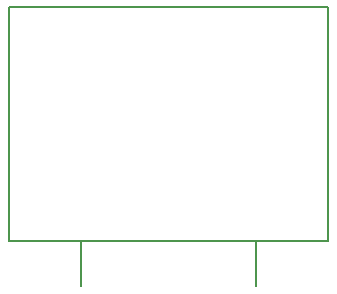
<source format=gbr>
G04 #@! TF.GenerationSoftware,KiCad,Pcbnew,(5.1.8)-1*
G04 #@! TF.CreationDate,2021-01-16T01:02:15+01:00*
G04 #@! TF.ProjectId,8bitWave Faceplate A2,38626974-5761-4766-9520-46616365706c,rev?*
G04 #@! TF.SameCoordinates,Original*
G04 #@! TF.FileFunction,OtherDrawing,Comment*
%FSLAX46Y46*%
G04 Gerber Fmt 4.6, Leading zero omitted, Abs format (unit mm)*
G04 Created by KiCad (PCBNEW (5.1.8)-1) date 2021-01-16 01:02:15*
%MOMM*%
%LPD*%
G01*
G04 APERTURE LIST*
%ADD10C,0.150000*%
G04 APERTURE END LIST*
D10*
X106835000Y-97700000D02*
X106835000Y-117500000D01*
X133835000Y-97700000D02*
X106835000Y-97700000D01*
X133835000Y-117500000D02*
X133835000Y-97700000D01*
X106835000Y-117500000D02*
X133835000Y-117500000D01*
X112935000Y-121300000D02*
X112935000Y-117500000D01*
X127735000Y-117500000D02*
X127735000Y-121300000D01*
M02*

</source>
